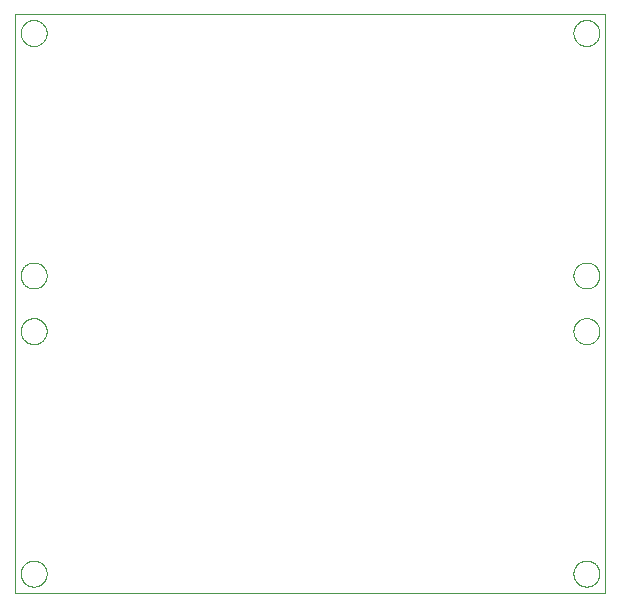
<source format=gbp>
G75*
%MOIN*%
%OFA0B0*%
%FSLAX25Y25*%
%IPPOS*%
%LPD*%
%AMOC8*
5,1,8,0,0,1.08239X$1,22.5*
%
%ADD10C,0.00000*%
D10*
X0024350Y0035363D02*
X0024350Y0228167D01*
X0221200Y0228167D01*
X0221200Y0035363D01*
X0024350Y0035363D01*
X0026318Y0041663D02*
X0026320Y0041794D01*
X0026326Y0041926D01*
X0026336Y0042057D01*
X0026350Y0042188D01*
X0026368Y0042318D01*
X0026390Y0042447D01*
X0026415Y0042576D01*
X0026445Y0042704D01*
X0026479Y0042831D01*
X0026516Y0042958D01*
X0026557Y0043082D01*
X0026602Y0043206D01*
X0026651Y0043328D01*
X0026703Y0043449D01*
X0026759Y0043567D01*
X0026819Y0043685D01*
X0026882Y0043800D01*
X0026949Y0043913D01*
X0027019Y0044025D01*
X0027092Y0044134D01*
X0027168Y0044240D01*
X0027248Y0044345D01*
X0027331Y0044447D01*
X0027417Y0044546D01*
X0027506Y0044643D01*
X0027598Y0044737D01*
X0027693Y0044828D01*
X0027790Y0044917D01*
X0027890Y0045002D01*
X0027993Y0045084D01*
X0028098Y0045163D01*
X0028205Y0045239D01*
X0028315Y0045311D01*
X0028427Y0045380D01*
X0028541Y0045446D01*
X0028656Y0045508D01*
X0028774Y0045567D01*
X0028893Y0045622D01*
X0029014Y0045674D01*
X0029137Y0045721D01*
X0029261Y0045765D01*
X0029386Y0045806D01*
X0029512Y0045842D01*
X0029640Y0045875D01*
X0029768Y0045903D01*
X0029897Y0045928D01*
X0030027Y0045949D01*
X0030157Y0045966D01*
X0030288Y0045979D01*
X0030419Y0045988D01*
X0030550Y0045993D01*
X0030682Y0045994D01*
X0030813Y0045991D01*
X0030945Y0045984D01*
X0031076Y0045973D01*
X0031206Y0045958D01*
X0031336Y0045939D01*
X0031466Y0045916D01*
X0031594Y0045890D01*
X0031722Y0045859D01*
X0031849Y0045824D01*
X0031975Y0045786D01*
X0032099Y0045744D01*
X0032223Y0045698D01*
X0032344Y0045648D01*
X0032464Y0045595D01*
X0032583Y0045538D01*
X0032700Y0045478D01*
X0032814Y0045414D01*
X0032927Y0045346D01*
X0033038Y0045275D01*
X0033147Y0045201D01*
X0033253Y0045124D01*
X0033357Y0045043D01*
X0033458Y0044960D01*
X0033557Y0044873D01*
X0033653Y0044783D01*
X0033746Y0044690D01*
X0033837Y0044595D01*
X0033924Y0044497D01*
X0034009Y0044396D01*
X0034090Y0044293D01*
X0034168Y0044187D01*
X0034243Y0044079D01*
X0034315Y0043969D01*
X0034383Y0043857D01*
X0034448Y0043743D01*
X0034509Y0043626D01*
X0034567Y0043508D01*
X0034621Y0043388D01*
X0034672Y0043267D01*
X0034719Y0043144D01*
X0034762Y0043020D01*
X0034801Y0042895D01*
X0034837Y0042768D01*
X0034868Y0042640D01*
X0034896Y0042512D01*
X0034920Y0042383D01*
X0034940Y0042253D01*
X0034956Y0042122D01*
X0034968Y0041991D01*
X0034976Y0041860D01*
X0034980Y0041729D01*
X0034980Y0041597D01*
X0034976Y0041466D01*
X0034968Y0041335D01*
X0034956Y0041204D01*
X0034940Y0041073D01*
X0034920Y0040943D01*
X0034896Y0040814D01*
X0034868Y0040686D01*
X0034837Y0040558D01*
X0034801Y0040431D01*
X0034762Y0040306D01*
X0034719Y0040182D01*
X0034672Y0040059D01*
X0034621Y0039938D01*
X0034567Y0039818D01*
X0034509Y0039700D01*
X0034448Y0039583D01*
X0034383Y0039469D01*
X0034315Y0039357D01*
X0034243Y0039247D01*
X0034168Y0039139D01*
X0034090Y0039033D01*
X0034009Y0038930D01*
X0033924Y0038829D01*
X0033837Y0038731D01*
X0033746Y0038636D01*
X0033653Y0038543D01*
X0033557Y0038453D01*
X0033458Y0038366D01*
X0033357Y0038283D01*
X0033253Y0038202D01*
X0033147Y0038125D01*
X0033038Y0038051D01*
X0032927Y0037980D01*
X0032815Y0037912D01*
X0032700Y0037848D01*
X0032583Y0037788D01*
X0032464Y0037731D01*
X0032344Y0037678D01*
X0032223Y0037628D01*
X0032099Y0037582D01*
X0031975Y0037540D01*
X0031849Y0037502D01*
X0031722Y0037467D01*
X0031594Y0037436D01*
X0031466Y0037410D01*
X0031336Y0037387D01*
X0031206Y0037368D01*
X0031076Y0037353D01*
X0030945Y0037342D01*
X0030813Y0037335D01*
X0030682Y0037332D01*
X0030550Y0037333D01*
X0030419Y0037338D01*
X0030288Y0037347D01*
X0030157Y0037360D01*
X0030027Y0037377D01*
X0029897Y0037398D01*
X0029768Y0037423D01*
X0029640Y0037451D01*
X0029512Y0037484D01*
X0029386Y0037520D01*
X0029261Y0037561D01*
X0029137Y0037605D01*
X0029014Y0037652D01*
X0028893Y0037704D01*
X0028774Y0037759D01*
X0028656Y0037818D01*
X0028541Y0037880D01*
X0028427Y0037946D01*
X0028315Y0038015D01*
X0028205Y0038087D01*
X0028098Y0038163D01*
X0027993Y0038242D01*
X0027890Y0038324D01*
X0027790Y0038409D01*
X0027693Y0038498D01*
X0027598Y0038589D01*
X0027506Y0038683D01*
X0027417Y0038780D01*
X0027331Y0038879D01*
X0027248Y0038981D01*
X0027168Y0039086D01*
X0027092Y0039192D01*
X0027019Y0039301D01*
X0026949Y0039413D01*
X0026882Y0039526D01*
X0026819Y0039641D01*
X0026759Y0039759D01*
X0026703Y0039877D01*
X0026651Y0039998D01*
X0026602Y0040120D01*
X0026557Y0040244D01*
X0026516Y0040368D01*
X0026479Y0040495D01*
X0026445Y0040622D01*
X0026415Y0040750D01*
X0026390Y0040879D01*
X0026368Y0041008D01*
X0026350Y0041138D01*
X0026336Y0041269D01*
X0026326Y0041400D01*
X0026320Y0041532D01*
X0026318Y0041663D01*
X0026318Y0122489D02*
X0026320Y0122620D01*
X0026326Y0122752D01*
X0026336Y0122883D01*
X0026350Y0123014D01*
X0026368Y0123144D01*
X0026390Y0123273D01*
X0026415Y0123402D01*
X0026445Y0123530D01*
X0026479Y0123657D01*
X0026516Y0123784D01*
X0026557Y0123908D01*
X0026602Y0124032D01*
X0026651Y0124154D01*
X0026703Y0124275D01*
X0026759Y0124393D01*
X0026819Y0124511D01*
X0026882Y0124626D01*
X0026949Y0124739D01*
X0027019Y0124851D01*
X0027092Y0124960D01*
X0027168Y0125066D01*
X0027248Y0125171D01*
X0027331Y0125273D01*
X0027417Y0125372D01*
X0027506Y0125469D01*
X0027598Y0125563D01*
X0027693Y0125654D01*
X0027790Y0125743D01*
X0027890Y0125828D01*
X0027993Y0125910D01*
X0028098Y0125989D01*
X0028205Y0126065D01*
X0028315Y0126137D01*
X0028427Y0126206D01*
X0028541Y0126272D01*
X0028656Y0126334D01*
X0028774Y0126393D01*
X0028893Y0126448D01*
X0029014Y0126500D01*
X0029137Y0126547D01*
X0029261Y0126591D01*
X0029386Y0126632D01*
X0029512Y0126668D01*
X0029640Y0126701D01*
X0029768Y0126729D01*
X0029897Y0126754D01*
X0030027Y0126775D01*
X0030157Y0126792D01*
X0030288Y0126805D01*
X0030419Y0126814D01*
X0030550Y0126819D01*
X0030682Y0126820D01*
X0030813Y0126817D01*
X0030945Y0126810D01*
X0031076Y0126799D01*
X0031206Y0126784D01*
X0031336Y0126765D01*
X0031466Y0126742D01*
X0031594Y0126716D01*
X0031722Y0126685D01*
X0031849Y0126650D01*
X0031975Y0126612D01*
X0032099Y0126570D01*
X0032223Y0126524D01*
X0032344Y0126474D01*
X0032464Y0126421D01*
X0032583Y0126364D01*
X0032700Y0126304D01*
X0032814Y0126240D01*
X0032927Y0126172D01*
X0033038Y0126101D01*
X0033147Y0126027D01*
X0033253Y0125950D01*
X0033357Y0125869D01*
X0033458Y0125786D01*
X0033557Y0125699D01*
X0033653Y0125609D01*
X0033746Y0125516D01*
X0033837Y0125421D01*
X0033924Y0125323D01*
X0034009Y0125222D01*
X0034090Y0125119D01*
X0034168Y0125013D01*
X0034243Y0124905D01*
X0034315Y0124795D01*
X0034383Y0124683D01*
X0034448Y0124569D01*
X0034509Y0124452D01*
X0034567Y0124334D01*
X0034621Y0124214D01*
X0034672Y0124093D01*
X0034719Y0123970D01*
X0034762Y0123846D01*
X0034801Y0123721D01*
X0034837Y0123594D01*
X0034868Y0123466D01*
X0034896Y0123338D01*
X0034920Y0123209D01*
X0034940Y0123079D01*
X0034956Y0122948D01*
X0034968Y0122817D01*
X0034976Y0122686D01*
X0034980Y0122555D01*
X0034980Y0122423D01*
X0034976Y0122292D01*
X0034968Y0122161D01*
X0034956Y0122030D01*
X0034940Y0121899D01*
X0034920Y0121769D01*
X0034896Y0121640D01*
X0034868Y0121512D01*
X0034837Y0121384D01*
X0034801Y0121257D01*
X0034762Y0121132D01*
X0034719Y0121008D01*
X0034672Y0120885D01*
X0034621Y0120764D01*
X0034567Y0120644D01*
X0034509Y0120526D01*
X0034448Y0120409D01*
X0034383Y0120295D01*
X0034315Y0120183D01*
X0034243Y0120073D01*
X0034168Y0119965D01*
X0034090Y0119859D01*
X0034009Y0119756D01*
X0033924Y0119655D01*
X0033837Y0119557D01*
X0033746Y0119462D01*
X0033653Y0119369D01*
X0033557Y0119279D01*
X0033458Y0119192D01*
X0033357Y0119109D01*
X0033253Y0119028D01*
X0033147Y0118951D01*
X0033038Y0118877D01*
X0032927Y0118806D01*
X0032815Y0118738D01*
X0032700Y0118674D01*
X0032583Y0118614D01*
X0032464Y0118557D01*
X0032344Y0118504D01*
X0032223Y0118454D01*
X0032099Y0118408D01*
X0031975Y0118366D01*
X0031849Y0118328D01*
X0031722Y0118293D01*
X0031594Y0118262D01*
X0031466Y0118236D01*
X0031336Y0118213D01*
X0031206Y0118194D01*
X0031076Y0118179D01*
X0030945Y0118168D01*
X0030813Y0118161D01*
X0030682Y0118158D01*
X0030550Y0118159D01*
X0030419Y0118164D01*
X0030288Y0118173D01*
X0030157Y0118186D01*
X0030027Y0118203D01*
X0029897Y0118224D01*
X0029768Y0118249D01*
X0029640Y0118277D01*
X0029512Y0118310D01*
X0029386Y0118346D01*
X0029261Y0118387D01*
X0029137Y0118431D01*
X0029014Y0118478D01*
X0028893Y0118530D01*
X0028774Y0118585D01*
X0028656Y0118644D01*
X0028541Y0118706D01*
X0028427Y0118772D01*
X0028315Y0118841D01*
X0028205Y0118913D01*
X0028098Y0118989D01*
X0027993Y0119068D01*
X0027890Y0119150D01*
X0027790Y0119235D01*
X0027693Y0119324D01*
X0027598Y0119415D01*
X0027506Y0119509D01*
X0027417Y0119606D01*
X0027331Y0119705D01*
X0027248Y0119807D01*
X0027168Y0119912D01*
X0027092Y0120018D01*
X0027019Y0120127D01*
X0026949Y0120239D01*
X0026882Y0120352D01*
X0026819Y0120467D01*
X0026759Y0120585D01*
X0026703Y0120703D01*
X0026651Y0120824D01*
X0026602Y0120946D01*
X0026557Y0121070D01*
X0026516Y0121194D01*
X0026479Y0121321D01*
X0026445Y0121448D01*
X0026415Y0121576D01*
X0026390Y0121705D01*
X0026368Y0121834D01*
X0026350Y0121964D01*
X0026336Y0122095D01*
X0026326Y0122226D01*
X0026320Y0122358D01*
X0026318Y0122489D01*
X0026318Y0141041D02*
X0026320Y0141172D01*
X0026326Y0141304D01*
X0026336Y0141435D01*
X0026350Y0141566D01*
X0026368Y0141696D01*
X0026390Y0141825D01*
X0026415Y0141954D01*
X0026445Y0142082D01*
X0026479Y0142209D01*
X0026516Y0142336D01*
X0026557Y0142460D01*
X0026602Y0142584D01*
X0026651Y0142706D01*
X0026703Y0142827D01*
X0026759Y0142945D01*
X0026819Y0143063D01*
X0026882Y0143178D01*
X0026949Y0143291D01*
X0027019Y0143403D01*
X0027092Y0143512D01*
X0027168Y0143618D01*
X0027248Y0143723D01*
X0027331Y0143825D01*
X0027417Y0143924D01*
X0027506Y0144021D01*
X0027598Y0144115D01*
X0027693Y0144206D01*
X0027790Y0144295D01*
X0027890Y0144380D01*
X0027993Y0144462D01*
X0028098Y0144541D01*
X0028205Y0144617D01*
X0028315Y0144689D01*
X0028427Y0144758D01*
X0028541Y0144824D01*
X0028656Y0144886D01*
X0028774Y0144945D01*
X0028893Y0145000D01*
X0029014Y0145052D01*
X0029137Y0145099D01*
X0029261Y0145143D01*
X0029386Y0145184D01*
X0029512Y0145220D01*
X0029640Y0145253D01*
X0029768Y0145281D01*
X0029897Y0145306D01*
X0030027Y0145327D01*
X0030157Y0145344D01*
X0030288Y0145357D01*
X0030419Y0145366D01*
X0030550Y0145371D01*
X0030682Y0145372D01*
X0030813Y0145369D01*
X0030945Y0145362D01*
X0031076Y0145351D01*
X0031206Y0145336D01*
X0031336Y0145317D01*
X0031466Y0145294D01*
X0031594Y0145268D01*
X0031722Y0145237D01*
X0031849Y0145202D01*
X0031975Y0145164D01*
X0032099Y0145122D01*
X0032223Y0145076D01*
X0032344Y0145026D01*
X0032464Y0144973D01*
X0032583Y0144916D01*
X0032700Y0144856D01*
X0032814Y0144792D01*
X0032927Y0144724D01*
X0033038Y0144653D01*
X0033147Y0144579D01*
X0033253Y0144502D01*
X0033357Y0144421D01*
X0033458Y0144338D01*
X0033557Y0144251D01*
X0033653Y0144161D01*
X0033746Y0144068D01*
X0033837Y0143973D01*
X0033924Y0143875D01*
X0034009Y0143774D01*
X0034090Y0143671D01*
X0034168Y0143565D01*
X0034243Y0143457D01*
X0034315Y0143347D01*
X0034383Y0143235D01*
X0034448Y0143121D01*
X0034509Y0143004D01*
X0034567Y0142886D01*
X0034621Y0142766D01*
X0034672Y0142645D01*
X0034719Y0142522D01*
X0034762Y0142398D01*
X0034801Y0142273D01*
X0034837Y0142146D01*
X0034868Y0142018D01*
X0034896Y0141890D01*
X0034920Y0141761D01*
X0034940Y0141631D01*
X0034956Y0141500D01*
X0034968Y0141369D01*
X0034976Y0141238D01*
X0034980Y0141107D01*
X0034980Y0140975D01*
X0034976Y0140844D01*
X0034968Y0140713D01*
X0034956Y0140582D01*
X0034940Y0140451D01*
X0034920Y0140321D01*
X0034896Y0140192D01*
X0034868Y0140064D01*
X0034837Y0139936D01*
X0034801Y0139809D01*
X0034762Y0139684D01*
X0034719Y0139560D01*
X0034672Y0139437D01*
X0034621Y0139316D01*
X0034567Y0139196D01*
X0034509Y0139078D01*
X0034448Y0138961D01*
X0034383Y0138847D01*
X0034315Y0138735D01*
X0034243Y0138625D01*
X0034168Y0138517D01*
X0034090Y0138411D01*
X0034009Y0138308D01*
X0033924Y0138207D01*
X0033837Y0138109D01*
X0033746Y0138014D01*
X0033653Y0137921D01*
X0033557Y0137831D01*
X0033458Y0137744D01*
X0033357Y0137661D01*
X0033253Y0137580D01*
X0033147Y0137503D01*
X0033038Y0137429D01*
X0032927Y0137358D01*
X0032815Y0137290D01*
X0032700Y0137226D01*
X0032583Y0137166D01*
X0032464Y0137109D01*
X0032344Y0137056D01*
X0032223Y0137006D01*
X0032099Y0136960D01*
X0031975Y0136918D01*
X0031849Y0136880D01*
X0031722Y0136845D01*
X0031594Y0136814D01*
X0031466Y0136788D01*
X0031336Y0136765D01*
X0031206Y0136746D01*
X0031076Y0136731D01*
X0030945Y0136720D01*
X0030813Y0136713D01*
X0030682Y0136710D01*
X0030550Y0136711D01*
X0030419Y0136716D01*
X0030288Y0136725D01*
X0030157Y0136738D01*
X0030027Y0136755D01*
X0029897Y0136776D01*
X0029768Y0136801D01*
X0029640Y0136829D01*
X0029512Y0136862D01*
X0029386Y0136898D01*
X0029261Y0136939D01*
X0029137Y0136983D01*
X0029014Y0137030D01*
X0028893Y0137082D01*
X0028774Y0137137D01*
X0028656Y0137196D01*
X0028541Y0137258D01*
X0028427Y0137324D01*
X0028315Y0137393D01*
X0028205Y0137465D01*
X0028098Y0137541D01*
X0027993Y0137620D01*
X0027890Y0137702D01*
X0027790Y0137787D01*
X0027693Y0137876D01*
X0027598Y0137967D01*
X0027506Y0138061D01*
X0027417Y0138158D01*
X0027331Y0138257D01*
X0027248Y0138359D01*
X0027168Y0138464D01*
X0027092Y0138570D01*
X0027019Y0138679D01*
X0026949Y0138791D01*
X0026882Y0138904D01*
X0026819Y0139019D01*
X0026759Y0139137D01*
X0026703Y0139255D01*
X0026651Y0139376D01*
X0026602Y0139498D01*
X0026557Y0139622D01*
X0026516Y0139746D01*
X0026479Y0139873D01*
X0026445Y0140000D01*
X0026415Y0140128D01*
X0026390Y0140257D01*
X0026368Y0140386D01*
X0026350Y0140516D01*
X0026336Y0140647D01*
X0026326Y0140778D01*
X0026320Y0140910D01*
X0026318Y0141041D01*
X0026318Y0221867D02*
X0026320Y0221998D01*
X0026326Y0222130D01*
X0026336Y0222261D01*
X0026350Y0222392D01*
X0026368Y0222522D01*
X0026390Y0222651D01*
X0026415Y0222780D01*
X0026445Y0222908D01*
X0026479Y0223035D01*
X0026516Y0223162D01*
X0026557Y0223286D01*
X0026602Y0223410D01*
X0026651Y0223532D01*
X0026703Y0223653D01*
X0026759Y0223771D01*
X0026819Y0223889D01*
X0026882Y0224004D01*
X0026949Y0224117D01*
X0027019Y0224229D01*
X0027092Y0224338D01*
X0027168Y0224444D01*
X0027248Y0224549D01*
X0027331Y0224651D01*
X0027417Y0224750D01*
X0027506Y0224847D01*
X0027598Y0224941D01*
X0027693Y0225032D01*
X0027790Y0225121D01*
X0027890Y0225206D01*
X0027993Y0225288D01*
X0028098Y0225367D01*
X0028205Y0225443D01*
X0028315Y0225515D01*
X0028427Y0225584D01*
X0028541Y0225650D01*
X0028656Y0225712D01*
X0028774Y0225771D01*
X0028893Y0225826D01*
X0029014Y0225878D01*
X0029137Y0225925D01*
X0029261Y0225969D01*
X0029386Y0226010D01*
X0029512Y0226046D01*
X0029640Y0226079D01*
X0029768Y0226107D01*
X0029897Y0226132D01*
X0030027Y0226153D01*
X0030157Y0226170D01*
X0030288Y0226183D01*
X0030419Y0226192D01*
X0030550Y0226197D01*
X0030682Y0226198D01*
X0030813Y0226195D01*
X0030945Y0226188D01*
X0031076Y0226177D01*
X0031206Y0226162D01*
X0031336Y0226143D01*
X0031466Y0226120D01*
X0031594Y0226094D01*
X0031722Y0226063D01*
X0031849Y0226028D01*
X0031975Y0225990D01*
X0032099Y0225948D01*
X0032223Y0225902D01*
X0032344Y0225852D01*
X0032464Y0225799D01*
X0032583Y0225742D01*
X0032700Y0225682D01*
X0032814Y0225618D01*
X0032927Y0225550D01*
X0033038Y0225479D01*
X0033147Y0225405D01*
X0033253Y0225328D01*
X0033357Y0225247D01*
X0033458Y0225164D01*
X0033557Y0225077D01*
X0033653Y0224987D01*
X0033746Y0224894D01*
X0033837Y0224799D01*
X0033924Y0224701D01*
X0034009Y0224600D01*
X0034090Y0224497D01*
X0034168Y0224391D01*
X0034243Y0224283D01*
X0034315Y0224173D01*
X0034383Y0224061D01*
X0034448Y0223947D01*
X0034509Y0223830D01*
X0034567Y0223712D01*
X0034621Y0223592D01*
X0034672Y0223471D01*
X0034719Y0223348D01*
X0034762Y0223224D01*
X0034801Y0223099D01*
X0034837Y0222972D01*
X0034868Y0222844D01*
X0034896Y0222716D01*
X0034920Y0222587D01*
X0034940Y0222457D01*
X0034956Y0222326D01*
X0034968Y0222195D01*
X0034976Y0222064D01*
X0034980Y0221933D01*
X0034980Y0221801D01*
X0034976Y0221670D01*
X0034968Y0221539D01*
X0034956Y0221408D01*
X0034940Y0221277D01*
X0034920Y0221147D01*
X0034896Y0221018D01*
X0034868Y0220890D01*
X0034837Y0220762D01*
X0034801Y0220635D01*
X0034762Y0220510D01*
X0034719Y0220386D01*
X0034672Y0220263D01*
X0034621Y0220142D01*
X0034567Y0220022D01*
X0034509Y0219904D01*
X0034448Y0219787D01*
X0034383Y0219673D01*
X0034315Y0219561D01*
X0034243Y0219451D01*
X0034168Y0219343D01*
X0034090Y0219237D01*
X0034009Y0219134D01*
X0033924Y0219033D01*
X0033837Y0218935D01*
X0033746Y0218840D01*
X0033653Y0218747D01*
X0033557Y0218657D01*
X0033458Y0218570D01*
X0033357Y0218487D01*
X0033253Y0218406D01*
X0033147Y0218329D01*
X0033038Y0218255D01*
X0032927Y0218184D01*
X0032815Y0218116D01*
X0032700Y0218052D01*
X0032583Y0217992D01*
X0032464Y0217935D01*
X0032344Y0217882D01*
X0032223Y0217832D01*
X0032099Y0217786D01*
X0031975Y0217744D01*
X0031849Y0217706D01*
X0031722Y0217671D01*
X0031594Y0217640D01*
X0031466Y0217614D01*
X0031336Y0217591D01*
X0031206Y0217572D01*
X0031076Y0217557D01*
X0030945Y0217546D01*
X0030813Y0217539D01*
X0030682Y0217536D01*
X0030550Y0217537D01*
X0030419Y0217542D01*
X0030288Y0217551D01*
X0030157Y0217564D01*
X0030027Y0217581D01*
X0029897Y0217602D01*
X0029768Y0217627D01*
X0029640Y0217655D01*
X0029512Y0217688D01*
X0029386Y0217724D01*
X0029261Y0217765D01*
X0029137Y0217809D01*
X0029014Y0217856D01*
X0028893Y0217908D01*
X0028774Y0217963D01*
X0028656Y0218022D01*
X0028541Y0218084D01*
X0028427Y0218150D01*
X0028315Y0218219D01*
X0028205Y0218291D01*
X0028098Y0218367D01*
X0027993Y0218446D01*
X0027890Y0218528D01*
X0027790Y0218613D01*
X0027693Y0218702D01*
X0027598Y0218793D01*
X0027506Y0218887D01*
X0027417Y0218984D01*
X0027331Y0219083D01*
X0027248Y0219185D01*
X0027168Y0219290D01*
X0027092Y0219396D01*
X0027019Y0219505D01*
X0026949Y0219617D01*
X0026882Y0219730D01*
X0026819Y0219845D01*
X0026759Y0219963D01*
X0026703Y0220081D01*
X0026651Y0220202D01*
X0026602Y0220324D01*
X0026557Y0220448D01*
X0026516Y0220572D01*
X0026479Y0220699D01*
X0026445Y0220826D01*
X0026415Y0220954D01*
X0026390Y0221083D01*
X0026368Y0221212D01*
X0026350Y0221342D01*
X0026336Y0221473D01*
X0026326Y0221604D01*
X0026320Y0221736D01*
X0026318Y0221867D01*
X0210570Y0221867D02*
X0210572Y0221998D01*
X0210578Y0222130D01*
X0210588Y0222261D01*
X0210602Y0222392D01*
X0210620Y0222522D01*
X0210642Y0222651D01*
X0210667Y0222780D01*
X0210697Y0222908D01*
X0210731Y0223035D01*
X0210768Y0223162D01*
X0210809Y0223286D01*
X0210854Y0223410D01*
X0210903Y0223532D01*
X0210955Y0223653D01*
X0211011Y0223771D01*
X0211071Y0223889D01*
X0211134Y0224004D01*
X0211201Y0224117D01*
X0211271Y0224229D01*
X0211344Y0224338D01*
X0211420Y0224444D01*
X0211500Y0224549D01*
X0211583Y0224651D01*
X0211669Y0224750D01*
X0211758Y0224847D01*
X0211850Y0224941D01*
X0211945Y0225032D01*
X0212042Y0225121D01*
X0212142Y0225206D01*
X0212245Y0225288D01*
X0212350Y0225367D01*
X0212457Y0225443D01*
X0212567Y0225515D01*
X0212679Y0225584D01*
X0212793Y0225650D01*
X0212908Y0225712D01*
X0213026Y0225771D01*
X0213145Y0225826D01*
X0213266Y0225878D01*
X0213389Y0225925D01*
X0213513Y0225969D01*
X0213638Y0226010D01*
X0213764Y0226046D01*
X0213892Y0226079D01*
X0214020Y0226107D01*
X0214149Y0226132D01*
X0214279Y0226153D01*
X0214409Y0226170D01*
X0214540Y0226183D01*
X0214671Y0226192D01*
X0214802Y0226197D01*
X0214934Y0226198D01*
X0215065Y0226195D01*
X0215197Y0226188D01*
X0215328Y0226177D01*
X0215458Y0226162D01*
X0215588Y0226143D01*
X0215718Y0226120D01*
X0215846Y0226094D01*
X0215974Y0226063D01*
X0216101Y0226028D01*
X0216227Y0225990D01*
X0216351Y0225948D01*
X0216475Y0225902D01*
X0216596Y0225852D01*
X0216716Y0225799D01*
X0216835Y0225742D01*
X0216952Y0225682D01*
X0217066Y0225618D01*
X0217179Y0225550D01*
X0217290Y0225479D01*
X0217399Y0225405D01*
X0217505Y0225328D01*
X0217609Y0225247D01*
X0217710Y0225164D01*
X0217809Y0225077D01*
X0217905Y0224987D01*
X0217998Y0224894D01*
X0218089Y0224799D01*
X0218176Y0224701D01*
X0218261Y0224600D01*
X0218342Y0224497D01*
X0218420Y0224391D01*
X0218495Y0224283D01*
X0218567Y0224173D01*
X0218635Y0224061D01*
X0218700Y0223947D01*
X0218761Y0223830D01*
X0218819Y0223712D01*
X0218873Y0223592D01*
X0218924Y0223471D01*
X0218971Y0223348D01*
X0219014Y0223224D01*
X0219053Y0223099D01*
X0219089Y0222972D01*
X0219120Y0222844D01*
X0219148Y0222716D01*
X0219172Y0222587D01*
X0219192Y0222457D01*
X0219208Y0222326D01*
X0219220Y0222195D01*
X0219228Y0222064D01*
X0219232Y0221933D01*
X0219232Y0221801D01*
X0219228Y0221670D01*
X0219220Y0221539D01*
X0219208Y0221408D01*
X0219192Y0221277D01*
X0219172Y0221147D01*
X0219148Y0221018D01*
X0219120Y0220890D01*
X0219089Y0220762D01*
X0219053Y0220635D01*
X0219014Y0220510D01*
X0218971Y0220386D01*
X0218924Y0220263D01*
X0218873Y0220142D01*
X0218819Y0220022D01*
X0218761Y0219904D01*
X0218700Y0219787D01*
X0218635Y0219673D01*
X0218567Y0219561D01*
X0218495Y0219451D01*
X0218420Y0219343D01*
X0218342Y0219237D01*
X0218261Y0219134D01*
X0218176Y0219033D01*
X0218089Y0218935D01*
X0217998Y0218840D01*
X0217905Y0218747D01*
X0217809Y0218657D01*
X0217710Y0218570D01*
X0217609Y0218487D01*
X0217505Y0218406D01*
X0217399Y0218329D01*
X0217290Y0218255D01*
X0217179Y0218184D01*
X0217067Y0218116D01*
X0216952Y0218052D01*
X0216835Y0217992D01*
X0216716Y0217935D01*
X0216596Y0217882D01*
X0216475Y0217832D01*
X0216351Y0217786D01*
X0216227Y0217744D01*
X0216101Y0217706D01*
X0215974Y0217671D01*
X0215846Y0217640D01*
X0215718Y0217614D01*
X0215588Y0217591D01*
X0215458Y0217572D01*
X0215328Y0217557D01*
X0215197Y0217546D01*
X0215065Y0217539D01*
X0214934Y0217536D01*
X0214802Y0217537D01*
X0214671Y0217542D01*
X0214540Y0217551D01*
X0214409Y0217564D01*
X0214279Y0217581D01*
X0214149Y0217602D01*
X0214020Y0217627D01*
X0213892Y0217655D01*
X0213764Y0217688D01*
X0213638Y0217724D01*
X0213513Y0217765D01*
X0213389Y0217809D01*
X0213266Y0217856D01*
X0213145Y0217908D01*
X0213026Y0217963D01*
X0212908Y0218022D01*
X0212793Y0218084D01*
X0212679Y0218150D01*
X0212567Y0218219D01*
X0212457Y0218291D01*
X0212350Y0218367D01*
X0212245Y0218446D01*
X0212142Y0218528D01*
X0212042Y0218613D01*
X0211945Y0218702D01*
X0211850Y0218793D01*
X0211758Y0218887D01*
X0211669Y0218984D01*
X0211583Y0219083D01*
X0211500Y0219185D01*
X0211420Y0219290D01*
X0211344Y0219396D01*
X0211271Y0219505D01*
X0211201Y0219617D01*
X0211134Y0219730D01*
X0211071Y0219845D01*
X0211011Y0219963D01*
X0210955Y0220081D01*
X0210903Y0220202D01*
X0210854Y0220324D01*
X0210809Y0220448D01*
X0210768Y0220572D01*
X0210731Y0220699D01*
X0210697Y0220826D01*
X0210667Y0220954D01*
X0210642Y0221083D01*
X0210620Y0221212D01*
X0210602Y0221342D01*
X0210588Y0221473D01*
X0210578Y0221604D01*
X0210572Y0221736D01*
X0210570Y0221867D01*
X0210570Y0141041D02*
X0210572Y0141172D01*
X0210578Y0141304D01*
X0210588Y0141435D01*
X0210602Y0141566D01*
X0210620Y0141696D01*
X0210642Y0141825D01*
X0210667Y0141954D01*
X0210697Y0142082D01*
X0210731Y0142209D01*
X0210768Y0142336D01*
X0210809Y0142460D01*
X0210854Y0142584D01*
X0210903Y0142706D01*
X0210955Y0142827D01*
X0211011Y0142945D01*
X0211071Y0143063D01*
X0211134Y0143178D01*
X0211201Y0143291D01*
X0211271Y0143403D01*
X0211344Y0143512D01*
X0211420Y0143618D01*
X0211500Y0143723D01*
X0211583Y0143825D01*
X0211669Y0143924D01*
X0211758Y0144021D01*
X0211850Y0144115D01*
X0211945Y0144206D01*
X0212042Y0144295D01*
X0212142Y0144380D01*
X0212245Y0144462D01*
X0212350Y0144541D01*
X0212457Y0144617D01*
X0212567Y0144689D01*
X0212679Y0144758D01*
X0212793Y0144824D01*
X0212908Y0144886D01*
X0213026Y0144945D01*
X0213145Y0145000D01*
X0213266Y0145052D01*
X0213389Y0145099D01*
X0213513Y0145143D01*
X0213638Y0145184D01*
X0213764Y0145220D01*
X0213892Y0145253D01*
X0214020Y0145281D01*
X0214149Y0145306D01*
X0214279Y0145327D01*
X0214409Y0145344D01*
X0214540Y0145357D01*
X0214671Y0145366D01*
X0214802Y0145371D01*
X0214934Y0145372D01*
X0215065Y0145369D01*
X0215197Y0145362D01*
X0215328Y0145351D01*
X0215458Y0145336D01*
X0215588Y0145317D01*
X0215718Y0145294D01*
X0215846Y0145268D01*
X0215974Y0145237D01*
X0216101Y0145202D01*
X0216227Y0145164D01*
X0216351Y0145122D01*
X0216475Y0145076D01*
X0216596Y0145026D01*
X0216716Y0144973D01*
X0216835Y0144916D01*
X0216952Y0144856D01*
X0217066Y0144792D01*
X0217179Y0144724D01*
X0217290Y0144653D01*
X0217399Y0144579D01*
X0217505Y0144502D01*
X0217609Y0144421D01*
X0217710Y0144338D01*
X0217809Y0144251D01*
X0217905Y0144161D01*
X0217998Y0144068D01*
X0218089Y0143973D01*
X0218176Y0143875D01*
X0218261Y0143774D01*
X0218342Y0143671D01*
X0218420Y0143565D01*
X0218495Y0143457D01*
X0218567Y0143347D01*
X0218635Y0143235D01*
X0218700Y0143121D01*
X0218761Y0143004D01*
X0218819Y0142886D01*
X0218873Y0142766D01*
X0218924Y0142645D01*
X0218971Y0142522D01*
X0219014Y0142398D01*
X0219053Y0142273D01*
X0219089Y0142146D01*
X0219120Y0142018D01*
X0219148Y0141890D01*
X0219172Y0141761D01*
X0219192Y0141631D01*
X0219208Y0141500D01*
X0219220Y0141369D01*
X0219228Y0141238D01*
X0219232Y0141107D01*
X0219232Y0140975D01*
X0219228Y0140844D01*
X0219220Y0140713D01*
X0219208Y0140582D01*
X0219192Y0140451D01*
X0219172Y0140321D01*
X0219148Y0140192D01*
X0219120Y0140064D01*
X0219089Y0139936D01*
X0219053Y0139809D01*
X0219014Y0139684D01*
X0218971Y0139560D01*
X0218924Y0139437D01*
X0218873Y0139316D01*
X0218819Y0139196D01*
X0218761Y0139078D01*
X0218700Y0138961D01*
X0218635Y0138847D01*
X0218567Y0138735D01*
X0218495Y0138625D01*
X0218420Y0138517D01*
X0218342Y0138411D01*
X0218261Y0138308D01*
X0218176Y0138207D01*
X0218089Y0138109D01*
X0217998Y0138014D01*
X0217905Y0137921D01*
X0217809Y0137831D01*
X0217710Y0137744D01*
X0217609Y0137661D01*
X0217505Y0137580D01*
X0217399Y0137503D01*
X0217290Y0137429D01*
X0217179Y0137358D01*
X0217067Y0137290D01*
X0216952Y0137226D01*
X0216835Y0137166D01*
X0216716Y0137109D01*
X0216596Y0137056D01*
X0216475Y0137006D01*
X0216351Y0136960D01*
X0216227Y0136918D01*
X0216101Y0136880D01*
X0215974Y0136845D01*
X0215846Y0136814D01*
X0215718Y0136788D01*
X0215588Y0136765D01*
X0215458Y0136746D01*
X0215328Y0136731D01*
X0215197Y0136720D01*
X0215065Y0136713D01*
X0214934Y0136710D01*
X0214802Y0136711D01*
X0214671Y0136716D01*
X0214540Y0136725D01*
X0214409Y0136738D01*
X0214279Y0136755D01*
X0214149Y0136776D01*
X0214020Y0136801D01*
X0213892Y0136829D01*
X0213764Y0136862D01*
X0213638Y0136898D01*
X0213513Y0136939D01*
X0213389Y0136983D01*
X0213266Y0137030D01*
X0213145Y0137082D01*
X0213026Y0137137D01*
X0212908Y0137196D01*
X0212793Y0137258D01*
X0212679Y0137324D01*
X0212567Y0137393D01*
X0212457Y0137465D01*
X0212350Y0137541D01*
X0212245Y0137620D01*
X0212142Y0137702D01*
X0212042Y0137787D01*
X0211945Y0137876D01*
X0211850Y0137967D01*
X0211758Y0138061D01*
X0211669Y0138158D01*
X0211583Y0138257D01*
X0211500Y0138359D01*
X0211420Y0138464D01*
X0211344Y0138570D01*
X0211271Y0138679D01*
X0211201Y0138791D01*
X0211134Y0138904D01*
X0211071Y0139019D01*
X0211011Y0139137D01*
X0210955Y0139255D01*
X0210903Y0139376D01*
X0210854Y0139498D01*
X0210809Y0139622D01*
X0210768Y0139746D01*
X0210731Y0139873D01*
X0210697Y0140000D01*
X0210667Y0140128D01*
X0210642Y0140257D01*
X0210620Y0140386D01*
X0210602Y0140516D01*
X0210588Y0140647D01*
X0210578Y0140778D01*
X0210572Y0140910D01*
X0210570Y0141041D01*
X0210570Y0122489D02*
X0210572Y0122620D01*
X0210578Y0122752D01*
X0210588Y0122883D01*
X0210602Y0123014D01*
X0210620Y0123144D01*
X0210642Y0123273D01*
X0210667Y0123402D01*
X0210697Y0123530D01*
X0210731Y0123657D01*
X0210768Y0123784D01*
X0210809Y0123908D01*
X0210854Y0124032D01*
X0210903Y0124154D01*
X0210955Y0124275D01*
X0211011Y0124393D01*
X0211071Y0124511D01*
X0211134Y0124626D01*
X0211201Y0124739D01*
X0211271Y0124851D01*
X0211344Y0124960D01*
X0211420Y0125066D01*
X0211500Y0125171D01*
X0211583Y0125273D01*
X0211669Y0125372D01*
X0211758Y0125469D01*
X0211850Y0125563D01*
X0211945Y0125654D01*
X0212042Y0125743D01*
X0212142Y0125828D01*
X0212245Y0125910D01*
X0212350Y0125989D01*
X0212457Y0126065D01*
X0212567Y0126137D01*
X0212679Y0126206D01*
X0212793Y0126272D01*
X0212908Y0126334D01*
X0213026Y0126393D01*
X0213145Y0126448D01*
X0213266Y0126500D01*
X0213389Y0126547D01*
X0213513Y0126591D01*
X0213638Y0126632D01*
X0213764Y0126668D01*
X0213892Y0126701D01*
X0214020Y0126729D01*
X0214149Y0126754D01*
X0214279Y0126775D01*
X0214409Y0126792D01*
X0214540Y0126805D01*
X0214671Y0126814D01*
X0214802Y0126819D01*
X0214934Y0126820D01*
X0215065Y0126817D01*
X0215197Y0126810D01*
X0215328Y0126799D01*
X0215458Y0126784D01*
X0215588Y0126765D01*
X0215718Y0126742D01*
X0215846Y0126716D01*
X0215974Y0126685D01*
X0216101Y0126650D01*
X0216227Y0126612D01*
X0216351Y0126570D01*
X0216475Y0126524D01*
X0216596Y0126474D01*
X0216716Y0126421D01*
X0216835Y0126364D01*
X0216952Y0126304D01*
X0217066Y0126240D01*
X0217179Y0126172D01*
X0217290Y0126101D01*
X0217399Y0126027D01*
X0217505Y0125950D01*
X0217609Y0125869D01*
X0217710Y0125786D01*
X0217809Y0125699D01*
X0217905Y0125609D01*
X0217998Y0125516D01*
X0218089Y0125421D01*
X0218176Y0125323D01*
X0218261Y0125222D01*
X0218342Y0125119D01*
X0218420Y0125013D01*
X0218495Y0124905D01*
X0218567Y0124795D01*
X0218635Y0124683D01*
X0218700Y0124569D01*
X0218761Y0124452D01*
X0218819Y0124334D01*
X0218873Y0124214D01*
X0218924Y0124093D01*
X0218971Y0123970D01*
X0219014Y0123846D01*
X0219053Y0123721D01*
X0219089Y0123594D01*
X0219120Y0123466D01*
X0219148Y0123338D01*
X0219172Y0123209D01*
X0219192Y0123079D01*
X0219208Y0122948D01*
X0219220Y0122817D01*
X0219228Y0122686D01*
X0219232Y0122555D01*
X0219232Y0122423D01*
X0219228Y0122292D01*
X0219220Y0122161D01*
X0219208Y0122030D01*
X0219192Y0121899D01*
X0219172Y0121769D01*
X0219148Y0121640D01*
X0219120Y0121512D01*
X0219089Y0121384D01*
X0219053Y0121257D01*
X0219014Y0121132D01*
X0218971Y0121008D01*
X0218924Y0120885D01*
X0218873Y0120764D01*
X0218819Y0120644D01*
X0218761Y0120526D01*
X0218700Y0120409D01*
X0218635Y0120295D01*
X0218567Y0120183D01*
X0218495Y0120073D01*
X0218420Y0119965D01*
X0218342Y0119859D01*
X0218261Y0119756D01*
X0218176Y0119655D01*
X0218089Y0119557D01*
X0217998Y0119462D01*
X0217905Y0119369D01*
X0217809Y0119279D01*
X0217710Y0119192D01*
X0217609Y0119109D01*
X0217505Y0119028D01*
X0217399Y0118951D01*
X0217290Y0118877D01*
X0217179Y0118806D01*
X0217067Y0118738D01*
X0216952Y0118674D01*
X0216835Y0118614D01*
X0216716Y0118557D01*
X0216596Y0118504D01*
X0216475Y0118454D01*
X0216351Y0118408D01*
X0216227Y0118366D01*
X0216101Y0118328D01*
X0215974Y0118293D01*
X0215846Y0118262D01*
X0215718Y0118236D01*
X0215588Y0118213D01*
X0215458Y0118194D01*
X0215328Y0118179D01*
X0215197Y0118168D01*
X0215065Y0118161D01*
X0214934Y0118158D01*
X0214802Y0118159D01*
X0214671Y0118164D01*
X0214540Y0118173D01*
X0214409Y0118186D01*
X0214279Y0118203D01*
X0214149Y0118224D01*
X0214020Y0118249D01*
X0213892Y0118277D01*
X0213764Y0118310D01*
X0213638Y0118346D01*
X0213513Y0118387D01*
X0213389Y0118431D01*
X0213266Y0118478D01*
X0213145Y0118530D01*
X0213026Y0118585D01*
X0212908Y0118644D01*
X0212793Y0118706D01*
X0212679Y0118772D01*
X0212567Y0118841D01*
X0212457Y0118913D01*
X0212350Y0118989D01*
X0212245Y0119068D01*
X0212142Y0119150D01*
X0212042Y0119235D01*
X0211945Y0119324D01*
X0211850Y0119415D01*
X0211758Y0119509D01*
X0211669Y0119606D01*
X0211583Y0119705D01*
X0211500Y0119807D01*
X0211420Y0119912D01*
X0211344Y0120018D01*
X0211271Y0120127D01*
X0211201Y0120239D01*
X0211134Y0120352D01*
X0211071Y0120467D01*
X0211011Y0120585D01*
X0210955Y0120703D01*
X0210903Y0120824D01*
X0210854Y0120946D01*
X0210809Y0121070D01*
X0210768Y0121194D01*
X0210731Y0121321D01*
X0210697Y0121448D01*
X0210667Y0121576D01*
X0210642Y0121705D01*
X0210620Y0121834D01*
X0210602Y0121964D01*
X0210588Y0122095D01*
X0210578Y0122226D01*
X0210572Y0122358D01*
X0210570Y0122489D01*
X0210570Y0041663D02*
X0210572Y0041794D01*
X0210578Y0041926D01*
X0210588Y0042057D01*
X0210602Y0042188D01*
X0210620Y0042318D01*
X0210642Y0042447D01*
X0210667Y0042576D01*
X0210697Y0042704D01*
X0210731Y0042831D01*
X0210768Y0042958D01*
X0210809Y0043082D01*
X0210854Y0043206D01*
X0210903Y0043328D01*
X0210955Y0043449D01*
X0211011Y0043567D01*
X0211071Y0043685D01*
X0211134Y0043800D01*
X0211201Y0043913D01*
X0211271Y0044025D01*
X0211344Y0044134D01*
X0211420Y0044240D01*
X0211500Y0044345D01*
X0211583Y0044447D01*
X0211669Y0044546D01*
X0211758Y0044643D01*
X0211850Y0044737D01*
X0211945Y0044828D01*
X0212042Y0044917D01*
X0212142Y0045002D01*
X0212245Y0045084D01*
X0212350Y0045163D01*
X0212457Y0045239D01*
X0212567Y0045311D01*
X0212679Y0045380D01*
X0212793Y0045446D01*
X0212908Y0045508D01*
X0213026Y0045567D01*
X0213145Y0045622D01*
X0213266Y0045674D01*
X0213389Y0045721D01*
X0213513Y0045765D01*
X0213638Y0045806D01*
X0213764Y0045842D01*
X0213892Y0045875D01*
X0214020Y0045903D01*
X0214149Y0045928D01*
X0214279Y0045949D01*
X0214409Y0045966D01*
X0214540Y0045979D01*
X0214671Y0045988D01*
X0214802Y0045993D01*
X0214934Y0045994D01*
X0215065Y0045991D01*
X0215197Y0045984D01*
X0215328Y0045973D01*
X0215458Y0045958D01*
X0215588Y0045939D01*
X0215718Y0045916D01*
X0215846Y0045890D01*
X0215974Y0045859D01*
X0216101Y0045824D01*
X0216227Y0045786D01*
X0216351Y0045744D01*
X0216475Y0045698D01*
X0216596Y0045648D01*
X0216716Y0045595D01*
X0216835Y0045538D01*
X0216952Y0045478D01*
X0217066Y0045414D01*
X0217179Y0045346D01*
X0217290Y0045275D01*
X0217399Y0045201D01*
X0217505Y0045124D01*
X0217609Y0045043D01*
X0217710Y0044960D01*
X0217809Y0044873D01*
X0217905Y0044783D01*
X0217998Y0044690D01*
X0218089Y0044595D01*
X0218176Y0044497D01*
X0218261Y0044396D01*
X0218342Y0044293D01*
X0218420Y0044187D01*
X0218495Y0044079D01*
X0218567Y0043969D01*
X0218635Y0043857D01*
X0218700Y0043743D01*
X0218761Y0043626D01*
X0218819Y0043508D01*
X0218873Y0043388D01*
X0218924Y0043267D01*
X0218971Y0043144D01*
X0219014Y0043020D01*
X0219053Y0042895D01*
X0219089Y0042768D01*
X0219120Y0042640D01*
X0219148Y0042512D01*
X0219172Y0042383D01*
X0219192Y0042253D01*
X0219208Y0042122D01*
X0219220Y0041991D01*
X0219228Y0041860D01*
X0219232Y0041729D01*
X0219232Y0041597D01*
X0219228Y0041466D01*
X0219220Y0041335D01*
X0219208Y0041204D01*
X0219192Y0041073D01*
X0219172Y0040943D01*
X0219148Y0040814D01*
X0219120Y0040686D01*
X0219089Y0040558D01*
X0219053Y0040431D01*
X0219014Y0040306D01*
X0218971Y0040182D01*
X0218924Y0040059D01*
X0218873Y0039938D01*
X0218819Y0039818D01*
X0218761Y0039700D01*
X0218700Y0039583D01*
X0218635Y0039469D01*
X0218567Y0039357D01*
X0218495Y0039247D01*
X0218420Y0039139D01*
X0218342Y0039033D01*
X0218261Y0038930D01*
X0218176Y0038829D01*
X0218089Y0038731D01*
X0217998Y0038636D01*
X0217905Y0038543D01*
X0217809Y0038453D01*
X0217710Y0038366D01*
X0217609Y0038283D01*
X0217505Y0038202D01*
X0217399Y0038125D01*
X0217290Y0038051D01*
X0217179Y0037980D01*
X0217067Y0037912D01*
X0216952Y0037848D01*
X0216835Y0037788D01*
X0216716Y0037731D01*
X0216596Y0037678D01*
X0216475Y0037628D01*
X0216351Y0037582D01*
X0216227Y0037540D01*
X0216101Y0037502D01*
X0215974Y0037467D01*
X0215846Y0037436D01*
X0215718Y0037410D01*
X0215588Y0037387D01*
X0215458Y0037368D01*
X0215328Y0037353D01*
X0215197Y0037342D01*
X0215065Y0037335D01*
X0214934Y0037332D01*
X0214802Y0037333D01*
X0214671Y0037338D01*
X0214540Y0037347D01*
X0214409Y0037360D01*
X0214279Y0037377D01*
X0214149Y0037398D01*
X0214020Y0037423D01*
X0213892Y0037451D01*
X0213764Y0037484D01*
X0213638Y0037520D01*
X0213513Y0037561D01*
X0213389Y0037605D01*
X0213266Y0037652D01*
X0213145Y0037704D01*
X0213026Y0037759D01*
X0212908Y0037818D01*
X0212793Y0037880D01*
X0212679Y0037946D01*
X0212567Y0038015D01*
X0212457Y0038087D01*
X0212350Y0038163D01*
X0212245Y0038242D01*
X0212142Y0038324D01*
X0212042Y0038409D01*
X0211945Y0038498D01*
X0211850Y0038589D01*
X0211758Y0038683D01*
X0211669Y0038780D01*
X0211583Y0038879D01*
X0211500Y0038981D01*
X0211420Y0039086D01*
X0211344Y0039192D01*
X0211271Y0039301D01*
X0211201Y0039413D01*
X0211134Y0039526D01*
X0211071Y0039641D01*
X0211011Y0039759D01*
X0210955Y0039877D01*
X0210903Y0039998D01*
X0210854Y0040120D01*
X0210809Y0040244D01*
X0210768Y0040368D01*
X0210731Y0040495D01*
X0210697Y0040622D01*
X0210667Y0040750D01*
X0210642Y0040879D01*
X0210620Y0041008D01*
X0210602Y0041138D01*
X0210588Y0041269D01*
X0210578Y0041400D01*
X0210572Y0041532D01*
X0210570Y0041663D01*
M02*

</source>
